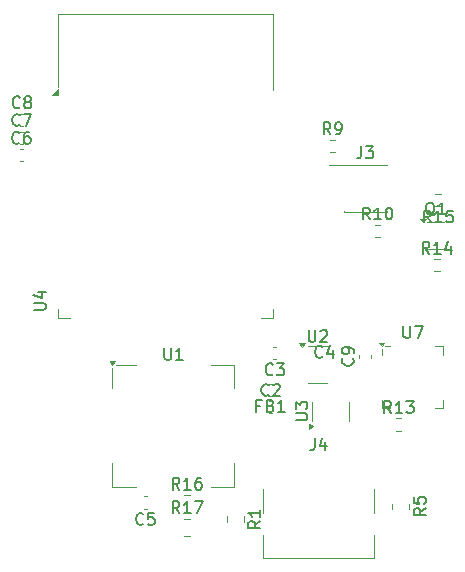
<source format=gbr>
%TF.GenerationSoftware,KiCad,Pcbnew,9.0.1*%
%TF.CreationDate,2025-11-28T17:08:09+01:00*%
%TF.ProjectId,SCD41-D-R1_demo,53434434-312d-4442-9d52-315f64656d6f,rev?*%
%TF.SameCoordinates,Original*%
%TF.FileFunction,Legend,Top*%
%TF.FilePolarity,Positive*%
%FSLAX46Y46*%
G04 Gerber Fmt 4.6, Leading zero omitted, Abs format (unit mm)*
G04 Created by KiCad (PCBNEW 9.0.1) date 2025-11-28 17:08:09*
%MOMM*%
%LPD*%
G01*
G04 APERTURE LIST*
%ADD10C,0.150000*%
%ADD11C,0.120000*%
G04 APERTURE END LIST*
D10*
X193182142Y-93024819D02*
X192848809Y-92548628D01*
X192610714Y-93024819D02*
X192610714Y-92024819D01*
X192610714Y-92024819D02*
X192991666Y-92024819D01*
X192991666Y-92024819D02*
X193086904Y-92072438D01*
X193086904Y-92072438D02*
X193134523Y-92120057D01*
X193134523Y-92120057D02*
X193182142Y-92215295D01*
X193182142Y-92215295D02*
X193182142Y-92358152D01*
X193182142Y-92358152D02*
X193134523Y-92453390D01*
X193134523Y-92453390D02*
X193086904Y-92501009D01*
X193086904Y-92501009D02*
X192991666Y-92548628D01*
X192991666Y-92548628D02*
X192610714Y-92548628D01*
X194134523Y-93024819D02*
X193563095Y-93024819D01*
X193848809Y-93024819D02*
X193848809Y-92024819D01*
X193848809Y-92024819D02*
X193753571Y-92167676D01*
X193753571Y-92167676D02*
X193658333Y-92262914D01*
X193658333Y-92262914D02*
X193563095Y-92310533D01*
X194467857Y-92024819D02*
X195086904Y-92024819D01*
X195086904Y-92024819D02*
X194753571Y-92405771D01*
X194753571Y-92405771D02*
X194896428Y-92405771D01*
X194896428Y-92405771D02*
X194991666Y-92453390D01*
X194991666Y-92453390D02*
X195039285Y-92501009D01*
X195039285Y-92501009D02*
X195086904Y-92596247D01*
X195086904Y-92596247D02*
X195086904Y-92834342D01*
X195086904Y-92834342D02*
X195039285Y-92929580D01*
X195039285Y-92929580D02*
X194991666Y-92977200D01*
X194991666Y-92977200D02*
X194896428Y-93024819D01*
X194896428Y-93024819D02*
X194610714Y-93024819D01*
X194610714Y-93024819D02*
X194515476Y-92977200D01*
X194515476Y-92977200D02*
X194467857Y-92929580D01*
X189929580Y-88391666D02*
X189977200Y-88439285D01*
X189977200Y-88439285D02*
X190024819Y-88582142D01*
X190024819Y-88582142D02*
X190024819Y-88677380D01*
X190024819Y-88677380D02*
X189977200Y-88820237D01*
X189977200Y-88820237D02*
X189881961Y-88915475D01*
X189881961Y-88915475D02*
X189786723Y-88963094D01*
X189786723Y-88963094D02*
X189596247Y-89010713D01*
X189596247Y-89010713D02*
X189453390Y-89010713D01*
X189453390Y-89010713D02*
X189262914Y-88963094D01*
X189262914Y-88963094D02*
X189167676Y-88915475D01*
X189167676Y-88915475D02*
X189072438Y-88820237D01*
X189072438Y-88820237D02*
X189024819Y-88677380D01*
X189024819Y-88677380D02*
X189024819Y-88582142D01*
X189024819Y-88582142D02*
X189072438Y-88439285D01*
X189072438Y-88439285D02*
X189120057Y-88391666D01*
X190024819Y-87915475D02*
X190024819Y-87724999D01*
X190024819Y-87724999D02*
X189977200Y-87629761D01*
X189977200Y-87629761D02*
X189929580Y-87582142D01*
X189929580Y-87582142D02*
X189786723Y-87486904D01*
X189786723Y-87486904D02*
X189596247Y-87439285D01*
X189596247Y-87439285D02*
X189215295Y-87439285D01*
X189215295Y-87439285D02*
X189120057Y-87486904D01*
X189120057Y-87486904D02*
X189072438Y-87534523D01*
X189072438Y-87534523D02*
X189024819Y-87629761D01*
X189024819Y-87629761D02*
X189024819Y-87820237D01*
X189024819Y-87820237D02*
X189072438Y-87915475D01*
X189072438Y-87915475D02*
X189120057Y-87963094D01*
X189120057Y-87963094D02*
X189215295Y-88010713D01*
X189215295Y-88010713D02*
X189453390Y-88010713D01*
X189453390Y-88010713D02*
X189548628Y-87963094D01*
X189548628Y-87963094D02*
X189596247Y-87915475D01*
X189596247Y-87915475D02*
X189643866Y-87820237D01*
X189643866Y-87820237D02*
X189643866Y-87629761D01*
X189643866Y-87629761D02*
X189596247Y-87534523D01*
X189596247Y-87534523D02*
X189548628Y-87486904D01*
X189548628Y-87486904D02*
X189453390Y-87439285D01*
X194238095Y-85654819D02*
X194238095Y-86464342D01*
X194238095Y-86464342D02*
X194285714Y-86559580D01*
X194285714Y-86559580D02*
X194333333Y-86607200D01*
X194333333Y-86607200D02*
X194428571Y-86654819D01*
X194428571Y-86654819D02*
X194619047Y-86654819D01*
X194619047Y-86654819D02*
X194714285Y-86607200D01*
X194714285Y-86607200D02*
X194761904Y-86559580D01*
X194761904Y-86559580D02*
X194809523Y-86464342D01*
X194809523Y-86464342D02*
X194809523Y-85654819D01*
X195190476Y-85654819D02*
X195857142Y-85654819D01*
X195857142Y-85654819D02*
X195428571Y-86654819D01*
X196104819Y-101079166D02*
X195628628Y-101412499D01*
X196104819Y-101650594D02*
X195104819Y-101650594D01*
X195104819Y-101650594D02*
X195104819Y-101269642D01*
X195104819Y-101269642D02*
X195152438Y-101174404D01*
X195152438Y-101174404D02*
X195200057Y-101126785D01*
X195200057Y-101126785D02*
X195295295Y-101079166D01*
X195295295Y-101079166D02*
X195438152Y-101079166D01*
X195438152Y-101079166D02*
X195533390Y-101126785D01*
X195533390Y-101126785D02*
X195581009Y-101174404D01*
X195581009Y-101174404D02*
X195628628Y-101269642D01*
X195628628Y-101269642D02*
X195628628Y-101650594D01*
X195104819Y-100174404D02*
X195104819Y-100650594D01*
X195104819Y-100650594D02*
X195581009Y-100698213D01*
X195581009Y-100698213D02*
X195533390Y-100650594D01*
X195533390Y-100650594D02*
X195485771Y-100555356D01*
X195485771Y-100555356D02*
X195485771Y-100317261D01*
X195485771Y-100317261D02*
X195533390Y-100222023D01*
X195533390Y-100222023D02*
X195581009Y-100174404D01*
X195581009Y-100174404D02*
X195676247Y-100126785D01*
X195676247Y-100126785D02*
X195914342Y-100126785D01*
X195914342Y-100126785D02*
X196009580Y-100174404D01*
X196009580Y-100174404D02*
X196057200Y-100222023D01*
X196057200Y-100222023D02*
X196104819Y-100317261D01*
X196104819Y-100317261D02*
X196104819Y-100555356D01*
X196104819Y-100555356D02*
X196057200Y-100650594D01*
X196057200Y-100650594D02*
X196009580Y-100698213D01*
X175269642Y-101504819D02*
X174936309Y-101028628D01*
X174698214Y-101504819D02*
X174698214Y-100504819D01*
X174698214Y-100504819D02*
X175079166Y-100504819D01*
X175079166Y-100504819D02*
X175174404Y-100552438D01*
X175174404Y-100552438D02*
X175222023Y-100600057D01*
X175222023Y-100600057D02*
X175269642Y-100695295D01*
X175269642Y-100695295D02*
X175269642Y-100838152D01*
X175269642Y-100838152D02*
X175222023Y-100933390D01*
X175222023Y-100933390D02*
X175174404Y-100981009D01*
X175174404Y-100981009D02*
X175079166Y-101028628D01*
X175079166Y-101028628D02*
X174698214Y-101028628D01*
X176222023Y-101504819D02*
X175650595Y-101504819D01*
X175936309Y-101504819D02*
X175936309Y-100504819D01*
X175936309Y-100504819D02*
X175841071Y-100647676D01*
X175841071Y-100647676D02*
X175745833Y-100742914D01*
X175745833Y-100742914D02*
X175650595Y-100790533D01*
X176555357Y-100504819D02*
X177222023Y-100504819D01*
X177222023Y-100504819D02*
X176793452Y-101504819D01*
X175269642Y-99504819D02*
X174936309Y-99028628D01*
X174698214Y-99504819D02*
X174698214Y-98504819D01*
X174698214Y-98504819D02*
X175079166Y-98504819D01*
X175079166Y-98504819D02*
X175174404Y-98552438D01*
X175174404Y-98552438D02*
X175222023Y-98600057D01*
X175222023Y-98600057D02*
X175269642Y-98695295D01*
X175269642Y-98695295D02*
X175269642Y-98838152D01*
X175269642Y-98838152D02*
X175222023Y-98933390D01*
X175222023Y-98933390D02*
X175174404Y-98981009D01*
X175174404Y-98981009D02*
X175079166Y-99028628D01*
X175079166Y-99028628D02*
X174698214Y-99028628D01*
X176222023Y-99504819D02*
X175650595Y-99504819D01*
X175936309Y-99504819D02*
X175936309Y-98504819D01*
X175936309Y-98504819D02*
X175841071Y-98647676D01*
X175841071Y-98647676D02*
X175745833Y-98742914D01*
X175745833Y-98742914D02*
X175650595Y-98790533D01*
X177079166Y-98504819D02*
X176888690Y-98504819D01*
X176888690Y-98504819D02*
X176793452Y-98552438D01*
X176793452Y-98552438D02*
X176745833Y-98600057D01*
X176745833Y-98600057D02*
X176650595Y-98742914D01*
X176650595Y-98742914D02*
X176602976Y-98933390D01*
X176602976Y-98933390D02*
X176602976Y-99314342D01*
X176602976Y-99314342D02*
X176650595Y-99409580D01*
X176650595Y-99409580D02*
X176698214Y-99457200D01*
X176698214Y-99457200D02*
X176793452Y-99504819D01*
X176793452Y-99504819D02*
X176983928Y-99504819D01*
X176983928Y-99504819D02*
X177079166Y-99457200D01*
X177079166Y-99457200D02*
X177126785Y-99409580D01*
X177126785Y-99409580D02*
X177174404Y-99314342D01*
X177174404Y-99314342D02*
X177174404Y-99076247D01*
X177174404Y-99076247D02*
X177126785Y-98981009D01*
X177126785Y-98981009D02*
X177079166Y-98933390D01*
X177079166Y-98933390D02*
X176983928Y-98885771D01*
X176983928Y-98885771D02*
X176793452Y-98885771D01*
X176793452Y-98885771D02*
X176698214Y-98933390D01*
X176698214Y-98933390D02*
X176650595Y-98981009D01*
X176650595Y-98981009D02*
X176602976Y-99076247D01*
X188058333Y-69424819D02*
X187725000Y-68948628D01*
X187486905Y-69424819D02*
X187486905Y-68424819D01*
X187486905Y-68424819D02*
X187867857Y-68424819D01*
X187867857Y-68424819D02*
X187963095Y-68472438D01*
X187963095Y-68472438D02*
X188010714Y-68520057D01*
X188010714Y-68520057D02*
X188058333Y-68615295D01*
X188058333Y-68615295D02*
X188058333Y-68758152D01*
X188058333Y-68758152D02*
X188010714Y-68853390D01*
X188010714Y-68853390D02*
X187963095Y-68901009D01*
X187963095Y-68901009D02*
X187867857Y-68948628D01*
X187867857Y-68948628D02*
X187486905Y-68948628D01*
X188534524Y-69424819D02*
X188725000Y-69424819D01*
X188725000Y-69424819D02*
X188820238Y-69377200D01*
X188820238Y-69377200D02*
X188867857Y-69329580D01*
X188867857Y-69329580D02*
X188963095Y-69186723D01*
X188963095Y-69186723D02*
X189010714Y-68996247D01*
X189010714Y-68996247D02*
X189010714Y-68615295D01*
X189010714Y-68615295D02*
X188963095Y-68520057D01*
X188963095Y-68520057D02*
X188915476Y-68472438D01*
X188915476Y-68472438D02*
X188820238Y-68424819D01*
X188820238Y-68424819D02*
X188629762Y-68424819D01*
X188629762Y-68424819D02*
X188534524Y-68472438D01*
X188534524Y-68472438D02*
X188486905Y-68520057D01*
X188486905Y-68520057D02*
X188439286Y-68615295D01*
X188439286Y-68615295D02*
X188439286Y-68853390D01*
X188439286Y-68853390D02*
X188486905Y-68948628D01*
X188486905Y-68948628D02*
X188534524Y-68996247D01*
X188534524Y-68996247D02*
X188629762Y-69043866D01*
X188629762Y-69043866D02*
X188820238Y-69043866D01*
X188820238Y-69043866D02*
X188915476Y-68996247D01*
X188915476Y-68996247D02*
X188963095Y-68948628D01*
X188963095Y-68948628D02*
X189010714Y-68853390D01*
X172208333Y-102389580D02*
X172160714Y-102437200D01*
X172160714Y-102437200D02*
X172017857Y-102484819D01*
X172017857Y-102484819D02*
X171922619Y-102484819D01*
X171922619Y-102484819D02*
X171779762Y-102437200D01*
X171779762Y-102437200D02*
X171684524Y-102341961D01*
X171684524Y-102341961D02*
X171636905Y-102246723D01*
X171636905Y-102246723D02*
X171589286Y-102056247D01*
X171589286Y-102056247D02*
X171589286Y-101913390D01*
X171589286Y-101913390D02*
X171636905Y-101722914D01*
X171636905Y-101722914D02*
X171684524Y-101627676D01*
X171684524Y-101627676D02*
X171779762Y-101532438D01*
X171779762Y-101532438D02*
X171922619Y-101484819D01*
X171922619Y-101484819D02*
X172017857Y-101484819D01*
X172017857Y-101484819D02*
X172160714Y-101532438D01*
X172160714Y-101532438D02*
X172208333Y-101580057D01*
X173113095Y-101484819D02*
X172636905Y-101484819D01*
X172636905Y-101484819D02*
X172589286Y-101961009D01*
X172589286Y-101961009D02*
X172636905Y-101913390D01*
X172636905Y-101913390D02*
X172732143Y-101865771D01*
X172732143Y-101865771D02*
X172970238Y-101865771D01*
X172970238Y-101865771D02*
X173065476Y-101913390D01*
X173065476Y-101913390D02*
X173113095Y-101961009D01*
X173113095Y-101961009D02*
X173160714Y-102056247D01*
X173160714Y-102056247D02*
X173160714Y-102294342D01*
X173160714Y-102294342D02*
X173113095Y-102389580D01*
X173113095Y-102389580D02*
X173065476Y-102437200D01*
X173065476Y-102437200D02*
X172970238Y-102484819D01*
X172970238Y-102484819D02*
X172732143Y-102484819D01*
X172732143Y-102484819D02*
X172636905Y-102437200D01*
X172636905Y-102437200D02*
X172589286Y-102389580D01*
X190666666Y-70439819D02*
X190666666Y-71154104D01*
X190666666Y-71154104D02*
X190619047Y-71296961D01*
X190619047Y-71296961D02*
X190523809Y-71392200D01*
X190523809Y-71392200D02*
X190380952Y-71439819D01*
X190380952Y-71439819D02*
X190285714Y-71439819D01*
X191047619Y-70439819D02*
X191666666Y-70439819D01*
X191666666Y-70439819D02*
X191333333Y-70820771D01*
X191333333Y-70820771D02*
X191476190Y-70820771D01*
X191476190Y-70820771D02*
X191571428Y-70868390D01*
X191571428Y-70868390D02*
X191619047Y-70916009D01*
X191619047Y-70916009D02*
X191666666Y-71011247D01*
X191666666Y-71011247D02*
X191666666Y-71249342D01*
X191666666Y-71249342D02*
X191619047Y-71344580D01*
X191619047Y-71344580D02*
X191571428Y-71392200D01*
X191571428Y-71392200D02*
X191476190Y-71439819D01*
X191476190Y-71439819D02*
X191190476Y-71439819D01*
X191190476Y-71439819D02*
X191095238Y-71392200D01*
X191095238Y-71392200D02*
X191047619Y-71344580D01*
X182825833Y-91474580D02*
X182778214Y-91522200D01*
X182778214Y-91522200D02*
X182635357Y-91569819D01*
X182635357Y-91569819D02*
X182540119Y-91569819D01*
X182540119Y-91569819D02*
X182397262Y-91522200D01*
X182397262Y-91522200D02*
X182302024Y-91426961D01*
X182302024Y-91426961D02*
X182254405Y-91331723D01*
X182254405Y-91331723D02*
X182206786Y-91141247D01*
X182206786Y-91141247D02*
X182206786Y-90998390D01*
X182206786Y-90998390D02*
X182254405Y-90807914D01*
X182254405Y-90807914D02*
X182302024Y-90712676D01*
X182302024Y-90712676D02*
X182397262Y-90617438D01*
X182397262Y-90617438D02*
X182540119Y-90569819D01*
X182540119Y-90569819D02*
X182635357Y-90569819D01*
X182635357Y-90569819D02*
X182778214Y-90617438D01*
X182778214Y-90617438D02*
X182825833Y-90665057D01*
X183206786Y-90665057D02*
X183254405Y-90617438D01*
X183254405Y-90617438D02*
X183349643Y-90569819D01*
X183349643Y-90569819D02*
X183587738Y-90569819D01*
X183587738Y-90569819D02*
X183682976Y-90617438D01*
X183682976Y-90617438D02*
X183730595Y-90665057D01*
X183730595Y-90665057D02*
X183778214Y-90760295D01*
X183778214Y-90760295D02*
X183778214Y-90855533D01*
X183778214Y-90855533D02*
X183730595Y-90998390D01*
X183730595Y-90998390D02*
X183159167Y-91569819D01*
X183159167Y-91569819D02*
X183778214Y-91569819D01*
X182121666Y-92406009D02*
X181788333Y-92406009D01*
X181788333Y-92929819D02*
X181788333Y-91929819D01*
X181788333Y-91929819D02*
X182264523Y-91929819D01*
X182978809Y-92406009D02*
X183121666Y-92453628D01*
X183121666Y-92453628D02*
X183169285Y-92501247D01*
X183169285Y-92501247D02*
X183216904Y-92596485D01*
X183216904Y-92596485D02*
X183216904Y-92739342D01*
X183216904Y-92739342D02*
X183169285Y-92834580D01*
X183169285Y-92834580D02*
X183121666Y-92882200D01*
X183121666Y-92882200D02*
X183026428Y-92929819D01*
X183026428Y-92929819D02*
X182645476Y-92929819D01*
X182645476Y-92929819D02*
X182645476Y-91929819D01*
X182645476Y-91929819D02*
X182978809Y-91929819D01*
X182978809Y-91929819D02*
X183074047Y-91977438D01*
X183074047Y-91977438D02*
X183121666Y-92025057D01*
X183121666Y-92025057D02*
X183169285Y-92120295D01*
X183169285Y-92120295D02*
X183169285Y-92215533D01*
X183169285Y-92215533D02*
X183121666Y-92310771D01*
X183121666Y-92310771D02*
X183074047Y-92358390D01*
X183074047Y-92358390D02*
X182978809Y-92406009D01*
X182978809Y-92406009D02*
X182645476Y-92406009D01*
X184169285Y-92929819D02*
X183597857Y-92929819D01*
X183883571Y-92929819D02*
X183883571Y-91929819D01*
X183883571Y-91929819D02*
X183788333Y-92072676D01*
X183788333Y-92072676D02*
X183693095Y-92167914D01*
X183693095Y-92167914D02*
X183597857Y-92215533D01*
X161758333Y-67129580D02*
X161710714Y-67177200D01*
X161710714Y-67177200D02*
X161567857Y-67224819D01*
X161567857Y-67224819D02*
X161472619Y-67224819D01*
X161472619Y-67224819D02*
X161329762Y-67177200D01*
X161329762Y-67177200D02*
X161234524Y-67081961D01*
X161234524Y-67081961D02*
X161186905Y-66986723D01*
X161186905Y-66986723D02*
X161139286Y-66796247D01*
X161139286Y-66796247D02*
X161139286Y-66653390D01*
X161139286Y-66653390D02*
X161186905Y-66462914D01*
X161186905Y-66462914D02*
X161234524Y-66367676D01*
X161234524Y-66367676D02*
X161329762Y-66272438D01*
X161329762Y-66272438D02*
X161472619Y-66224819D01*
X161472619Y-66224819D02*
X161567857Y-66224819D01*
X161567857Y-66224819D02*
X161710714Y-66272438D01*
X161710714Y-66272438D02*
X161758333Y-66320057D01*
X162329762Y-66653390D02*
X162234524Y-66605771D01*
X162234524Y-66605771D02*
X162186905Y-66558152D01*
X162186905Y-66558152D02*
X162139286Y-66462914D01*
X162139286Y-66462914D02*
X162139286Y-66415295D01*
X162139286Y-66415295D02*
X162186905Y-66320057D01*
X162186905Y-66320057D02*
X162234524Y-66272438D01*
X162234524Y-66272438D02*
X162329762Y-66224819D01*
X162329762Y-66224819D02*
X162520238Y-66224819D01*
X162520238Y-66224819D02*
X162615476Y-66272438D01*
X162615476Y-66272438D02*
X162663095Y-66320057D01*
X162663095Y-66320057D02*
X162710714Y-66415295D01*
X162710714Y-66415295D02*
X162710714Y-66462914D01*
X162710714Y-66462914D02*
X162663095Y-66558152D01*
X162663095Y-66558152D02*
X162615476Y-66605771D01*
X162615476Y-66605771D02*
X162520238Y-66653390D01*
X162520238Y-66653390D02*
X162329762Y-66653390D01*
X162329762Y-66653390D02*
X162234524Y-66701009D01*
X162234524Y-66701009D02*
X162186905Y-66748628D01*
X162186905Y-66748628D02*
X162139286Y-66843866D01*
X162139286Y-66843866D02*
X162139286Y-67034342D01*
X162139286Y-67034342D02*
X162186905Y-67129580D01*
X162186905Y-67129580D02*
X162234524Y-67177200D01*
X162234524Y-67177200D02*
X162329762Y-67224819D01*
X162329762Y-67224819D02*
X162520238Y-67224819D01*
X162520238Y-67224819D02*
X162615476Y-67177200D01*
X162615476Y-67177200D02*
X162663095Y-67129580D01*
X162663095Y-67129580D02*
X162710714Y-67034342D01*
X162710714Y-67034342D02*
X162710714Y-66843866D01*
X162710714Y-66843866D02*
X162663095Y-66748628D01*
X162663095Y-66748628D02*
X162615476Y-66701009D01*
X162615476Y-66701009D02*
X162520238Y-66653390D01*
X161708333Y-70129580D02*
X161660714Y-70177200D01*
X161660714Y-70177200D02*
X161517857Y-70224819D01*
X161517857Y-70224819D02*
X161422619Y-70224819D01*
X161422619Y-70224819D02*
X161279762Y-70177200D01*
X161279762Y-70177200D02*
X161184524Y-70081961D01*
X161184524Y-70081961D02*
X161136905Y-69986723D01*
X161136905Y-69986723D02*
X161089286Y-69796247D01*
X161089286Y-69796247D02*
X161089286Y-69653390D01*
X161089286Y-69653390D02*
X161136905Y-69462914D01*
X161136905Y-69462914D02*
X161184524Y-69367676D01*
X161184524Y-69367676D02*
X161279762Y-69272438D01*
X161279762Y-69272438D02*
X161422619Y-69224819D01*
X161422619Y-69224819D02*
X161517857Y-69224819D01*
X161517857Y-69224819D02*
X161660714Y-69272438D01*
X161660714Y-69272438D02*
X161708333Y-69320057D01*
X162565476Y-69224819D02*
X162375000Y-69224819D01*
X162375000Y-69224819D02*
X162279762Y-69272438D01*
X162279762Y-69272438D02*
X162232143Y-69320057D01*
X162232143Y-69320057D02*
X162136905Y-69462914D01*
X162136905Y-69462914D02*
X162089286Y-69653390D01*
X162089286Y-69653390D02*
X162089286Y-70034342D01*
X162089286Y-70034342D02*
X162136905Y-70129580D01*
X162136905Y-70129580D02*
X162184524Y-70177200D01*
X162184524Y-70177200D02*
X162279762Y-70224819D01*
X162279762Y-70224819D02*
X162470238Y-70224819D01*
X162470238Y-70224819D02*
X162565476Y-70177200D01*
X162565476Y-70177200D02*
X162613095Y-70129580D01*
X162613095Y-70129580D02*
X162660714Y-70034342D01*
X162660714Y-70034342D02*
X162660714Y-69796247D01*
X162660714Y-69796247D02*
X162613095Y-69701009D01*
X162613095Y-69701009D02*
X162565476Y-69653390D01*
X162565476Y-69653390D02*
X162470238Y-69605771D01*
X162470238Y-69605771D02*
X162279762Y-69605771D01*
X162279762Y-69605771D02*
X162184524Y-69653390D01*
X162184524Y-69653390D02*
X162136905Y-69701009D01*
X162136905Y-69701009D02*
X162089286Y-69796247D01*
X196854761Y-76300057D02*
X196759523Y-76252438D01*
X196759523Y-76252438D02*
X196664285Y-76157200D01*
X196664285Y-76157200D02*
X196521428Y-76014342D01*
X196521428Y-76014342D02*
X196426190Y-75966723D01*
X196426190Y-75966723D02*
X196330952Y-75966723D01*
X196378571Y-76204819D02*
X196283333Y-76157200D01*
X196283333Y-76157200D02*
X196188095Y-76061961D01*
X196188095Y-76061961D02*
X196140476Y-75871485D01*
X196140476Y-75871485D02*
X196140476Y-75538152D01*
X196140476Y-75538152D02*
X196188095Y-75347676D01*
X196188095Y-75347676D02*
X196283333Y-75252438D01*
X196283333Y-75252438D02*
X196378571Y-75204819D01*
X196378571Y-75204819D02*
X196569047Y-75204819D01*
X196569047Y-75204819D02*
X196664285Y-75252438D01*
X196664285Y-75252438D02*
X196759523Y-75347676D01*
X196759523Y-75347676D02*
X196807142Y-75538152D01*
X196807142Y-75538152D02*
X196807142Y-75871485D01*
X196807142Y-75871485D02*
X196759523Y-76061961D01*
X196759523Y-76061961D02*
X196664285Y-76157200D01*
X196664285Y-76157200D02*
X196569047Y-76204819D01*
X196569047Y-76204819D02*
X196378571Y-76204819D01*
X197759523Y-76204819D02*
X197188095Y-76204819D01*
X197473809Y-76204819D02*
X197473809Y-75204819D01*
X197473809Y-75204819D02*
X197378571Y-75347676D01*
X197378571Y-75347676D02*
X197283333Y-75442914D01*
X197283333Y-75442914D02*
X197188095Y-75490533D01*
X186704166Y-95179819D02*
X186704166Y-95894104D01*
X186704166Y-95894104D02*
X186656547Y-96036961D01*
X186656547Y-96036961D02*
X186561309Y-96132200D01*
X186561309Y-96132200D02*
X186418452Y-96179819D01*
X186418452Y-96179819D02*
X186323214Y-96179819D01*
X187608928Y-95513152D02*
X187608928Y-96179819D01*
X187370833Y-95132200D02*
X187132738Y-95846485D01*
X187132738Y-95846485D02*
X187751785Y-95846485D01*
X196532142Y-76884819D02*
X196198809Y-76408628D01*
X195960714Y-76884819D02*
X195960714Y-75884819D01*
X195960714Y-75884819D02*
X196341666Y-75884819D01*
X196341666Y-75884819D02*
X196436904Y-75932438D01*
X196436904Y-75932438D02*
X196484523Y-75980057D01*
X196484523Y-75980057D02*
X196532142Y-76075295D01*
X196532142Y-76075295D02*
X196532142Y-76218152D01*
X196532142Y-76218152D02*
X196484523Y-76313390D01*
X196484523Y-76313390D02*
X196436904Y-76361009D01*
X196436904Y-76361009D02*
X196341666Y-76408628D01*
X196341666Y-76408628D02*
X195960714Y-76408628D01*
X197484523Y-76884819D02*
X196913095Y-76884819D01*
X197198809Y-76884819D02*
X197198809Y-75884819D01*
X197198809Y-75884819D02*
X197103571Y-76027676D01*
X197103571Y-76027676D02*
X197008333Y-76122914D01*
X197008333Y-76122914D02*
X196913095Y-76170533D01*
X198389285Y-75884819D02*
X197913095Y-75884819D01*
X197913095Y-75884819D02*
X197865476Y-76361009D01*
X197865476Y-76361009D02*
X197913095Y-76313390D01*
X197913095Y-76313390D02*
X198008333Y-76265771D01*
X198008333Y-76265771D02*
X198246428Y-76265771D01*
X198246428Y-76265771D02*
X198341666Y-76313390D01*
X198341666Y-76313390D02*
X198389285Y-76361009D01*
X198389285Y-76361009D02*
X198436904Y-76456247D01*
X198436904Y-76456247D02*
X198436904Y-76694342D01*
X198436904Y-76694342D02*
X198389285Y-76789580D01*
X198389285Y-76789580D02*
X198341666Y-76837200D01*
X198341666Y-76837200D02*
X198246428Y-76884819D01*
X198246428Y-76884819D02*
X198008333Y-76884819D01*
X198008333Y-76884819D02*
X197913095Y-76837200D01*
X197913095Y-76837200D02*
X197865476Y-76789580D01*
X185104819Y-93624404D02*
X185914342Y-93624404D01*
X185914342Y-93624404D02*
X186009580Y-93576785D01*
X186009580Y-93576785D02*
X186057200Y-93529166D01*
X186057200Y-93529166D02*
X186104819Y-93433928D01*
X186104819Y-93433928D02*
X186104819Y-93243452D01*
X186104819Y-93243452D02*
X186057200Y-93148214D01*
X186057200Y-93148214D02*
X186009580Y-93100595D01*
X186009580Y-93100595D02*
X185914342Y-93052976D01*
X185914342Y-93052976D02*
X185104819Y-93052976D01*
X185104819Y-92672023D02*
X185104819Y-92052976D01*
X185104819Y-92052976D02*
X185485771Y-92386309D01*
X185485771Y-92386309D02*
X185485771Y-92243452D01*
X185485771Y-92243452D02*
X185533390Y-92148214D01*
X185533390Y-92148214D02*
X185581009Y-92100595D01*
X185581009Y-92100595D02*
X185676247Y-92052976D01*
X185676247Y-92052976D02*
X185914342Y-92052976D01*
X185914342Y-92052976D02*
X186009580Y-92100595D01*
X186009580Y-92100595D02*
X186057200Y-92148214D01*
X186057200Y-92148214D02*
X186104819Y-92243452D01*
X186104819Y-92243452D02*
X186104819Y-92529166D01*
X186104819Y-92529166D02*
X186057200Y-92624404D01*
X186057200Y-92624404D02*
X186009580Y-92672023D01*
X186200595Y-86004819D02*
X186200595Y-86814342D01*
X186200595Y-86814342D02*
X186248214Y-86909580D01*
X186248214Y-86909580D02*
X186295833Y-86957200D01*
X186295833Y-86957200D02*
X186391071Y-87004819D01*
X186391071Y-87004819D02*
X186581547Y-87004819D01*
X186581547Y-87004819D02*
X186676785Y-86957200D01*
X186676785Y-86957200D02*
X186724404Y-86909580D01*
X186724404Y-86909580D02*
X186772023Y-86814342D01*
X186772023Y-86814342D02*
X186772023Y-86004819D01*
X187200595Y-86100057D02*
X187248214Y-86052438D01*
X187248214Y-86052438D02*
X187343452Y-86004819D01*
X187343452Y-86004819D02*
X187581547Y-86004819D01*
X187581547Y-86004819D02*
X187676785Y-86052438D01*
X187676785Y-86052438D02*
X187724404Y-86100057D01*
X187724404Y-86100057D02*
X187772023Y-86195295D01*
X187772023Y-86195295D02*
X187772023Y-86290533D01*
X187772023Y-86290533D02*
X187724404Y-86433390D01*
X187724404Y-86433390D02*
X187152976Y-87004819D01*
X187152976Y-87004819D02*
X187772023Y-87004819D01*
X162939819Y-84291904D02*
X163749342Y-84291904D01*
X163749342Y-84291904D02*
X163844580Y-84244285D01*
X163844580Y-84244285D02*
X163892200Y-84196666D01*
X163892200Y-84196666D02*
X163939819Y-84101428D01*
X163939819Y-84101428D02*
X163939819Y-83910952D01*
X163939819Y-83910952D02*
X163892200Y-83815714D01*
X163892200Y-83815714D02*
X163844580Y-83768095D01*
X163844580Y-83768095D02*
X163749342Y-83720476D01*
X163749342Y-83720476D02*
X162939819Y-83720476D01*
X163273152Y-82815714D02*
X163939819Y-82815714D01*
X162892200Y-83053809D02*
X163606485Y-83291904D01*
X163606485Y-83291904D02*
X163606485Y-82672857D01*
X182104819Y-102166666D02*
X181628628Y-102499999D01*
X182104819Y-102738094D02*
X181104819Y-102738094D01*
X181104819Y-102738094D02*
X181104819Y-102357142D01*
X181104819Y-102357142D02*
X181152438Y-102261904D01*
X181152438Y-102261904D02*
X181200057Y-102214285D01*
X181200057Y-102214285D02*
X181295295Y-102166666D01*
X181295295Y-102166666D02*
X181438152Y-102166666D01*
X181438152Y-102166666D02*
X181533390Y-102214285D01*
X181533390Y-102214285D02*
X181581009Y-102261904D01*
X181581009Y-102261904D02*
X181628628Y-102357142D01*
X181628628Y-102357142D02*
X181628628Y-102738094D01*
X182104819Y-101214285D02*
X182104819Y-101785713D01*
X182104819Y-101499999D02*
X181104819Y-101499999D01*
X181104819Y-101499999D02*
X181247676Y-101595237D01*
X181247676Y-101595237D02*
X181342914Y-101690475D01*
X181342914Y-101690475D02*
X181390533Y-101785713D01*
X196432142Y-79524819D02*
X196098809Y-79048628D01*
X195860714Y-79524819D02*
X195860714Y-78524819D01*
X195860714Y-78524819D02*
X196241666Y-78524819D01*
X196241666Y-78524819D02*
X196336904Y-78572438D01*
X196336904Y-78572438D02*
X196384523Y-78620057D01*
X196384523Y-78620057D02*
X196432142Y-78715295D01*
X196432142Y-78715295D02*
X196432142Y-78858152D01*
X196432142Y-78858152D02*
X196384523Y-78953390D01*
X196384523Y-78953390D02*
X196336904Y-79001009D01*
X196336904Y-79001009D02*
X196241666Y-79048628D01*
X196241666Y-79048628D02*
X195860714Y-79048628D01*
X197384523Y-79524819D02*
X196813095Y-79524819D01*
X197098809Y-79524819D02*
X197098809Y-78524819D01*
X197098809Y-78524819D02*
X197003571Y-78667676D01*
X197003571Y-78667676D02*
X196908333Y-78762914D01*
X196908333Y-78762914D02*
X196813095Y-78810533D01*
X198241666Y-78858152D02*
X198241666Y-79524819D01*
X198003571Y-78477200D02*
X197765476Y-79191485D01*
X197765476Y-79191485D02*
X198384523Y-79191485D01*
X191382142Y-76624819D02*
X191048809Y-76148628D01*
X190810714Y-76624819D02*
X190810714Y-75624819D01*
X190810714Y-75624819D02*
X191191666Y-75624819D01*
X191191666Y-75624819D02*
X191286904Y-75672438D01*
X191286904Y-75672438D02*
X191334523Y-75720057D01*
X191334523Y-75720057D02*
X191382142Y-75815295D01*
X191382142Y-75815295D02*
X191382142Y-75958152D01*
X191382142Y-75958152D02*
X191334523Y-76053390D01*
X191334523Y-76053390D02*
X191286904Y-76101009D01*
X191286904Y-76101009D02*
X191191666Y-76148628D01*
X191191666Y-76148628D02*
X190810714Y-76148628D01*
X192334523Y-76624819D02*
X191763095Y-76624819D01*
X192048809Y-76624819D02*
X192048809Y-75624819D01*
X192048809Y-75624819D02*
X191953571Y-75767676D01*
X191953571Y-75767676D02*
X191858333Y-75862914D01*
X191858333Y-75862914D02*
X191763095Y-75910533D01*
X192953571Y-75624819D02*
X193048809Y-75624819D01*
X193048809Y-75624819D02*
X193144047Y-75672438D01*
X193144047Y-75672438D02*
X193191666Y-75720057D01*
X193191666Y-75720057D02*
X193239285Y-75815295D01*
X193239285Y-75815295D02*
X193286904Y-76005771D01*
X193286904Y-76005771D02*
X193286904Y-76243866D01*
X193286904Y-76243866D02*
X193239285Y-76434342D01*
X193239285Y-76434342D02*
X193191666Y-76529580D01*
X193191666Y-76529580D02*
X193144047Y-76577200D01*
X193144047Y-76577200D02*
X193048809Y-76624819D01*
X193048809Y-76624819D02*
X192953571Y-76624819D01*
X192953571Y-76624819D02*
X192858333Y-76577200D01*
X192858333Y-76577200D02*
X192810714Y-76529580D01*
X192810714Y-76529580D02*
X192763095Y-76434342D01*
X192763095Y-76434342D02*
X192715476Y-76243866D01*
X192715476Y-76243866D02*
X192715476Y-76005771D01*
X192715476Y-76005771D02*
X192763095Y-75815295D01*
X192763095Y-75815295D02*
X192810714Y-75720057D01*
X192810714Y-75720057D02*
X192858333Y-75672438D01*
X192858333Y-75672438D02*
X192953571Y-75624819D01*
X161733333Y-68629580D02*
X161685714Y-68677200D01*
X161685714Y-68677200D02*
X161542857Y-68724819D01*
X161542857Y-68724819D02*
X161447619Y-68724819D01*
X161447619Y-68724819D02*
X161304762Y-68677200D01*
X161304762Y-68677200D02*
X161209524Y-68581961D01*
X161209524Y-68581961D02*
X161161905Y-68486723D01*
X161161905Y-68486723D02*
X161114286Y-68296247D01*
X161114286Y-68296247D02*
X161114286Y-68153390D01*
X161114286Y-68153390D02*
X161161905Y-67962914D01*
X161161905Y-67962914D02*
X161209524Y-67867676D01*
X161209524Y-67867676D02*
X161304762Y-67772438D01*
X161304762Y-67772438D02*
X161447619Y-67724819D01*
X161447619Y-67724819D02*
X161542857Y-67724819D01*
X161542857Y-67724819D02*
X161685714Y-67772438D01*
X161685714Y-67772438D02*
X161733333Y-67820057D01*
X162066667Y-67724819D02*
X162733333Y-67724819D01*
X162733333Y-67724819D02*
X162304762Y-68724819D01*
X187375833Y-88234580D02*
X187328214Y-88282200D01*
X187328214Y-88282200D02*
X187185357Y-88329819D01*
X187185357Y-88329819D02*
X187090119Y-88329819D01*
X187090119Y-88329819D02*
X186947262Y-88282200D01*
X186947262Y-88282200D02*
X186852024Y-88186961D01*
X186852024Y-88186961D02*
X186804405Y-88091723D01*
X186804405Y-88091723D02*
X186756786Y-87901247D01*
X186756786Y-87901247D02*
X186756786Y-87758390D01*
X186756786Y-87758390D02*
X186804405Y-87567914D01*
X186804405Y-87567914D02*
X186852024Y-87472676D01*
X186852024Y-87472676D02*
X186947262Y-87377438D01*
X186947262Y-87377438D02*
X187090119Y-87329819D01*
X187090119Y-87329819D02*
X187185357Y-87329819D01*
X187185357Y-87329819D02*
X187328214Y-87377438D01*
X187328214Y-87377438D02*
X187375833Y-87425057D01*
X188232976Y-87663152D02*
X188232976Y-88329819D01*
X187994881Y-87282200D02*
X187756786Y-87996485D01*
X187756786Y-87996485D02*
X188375833Y-87996485D01*
X183175833Y-89734580D02*
X183128214Y-89782200D01*
X183128214Y-89782200D02*
X182985357Y-89829819D01*
X182985357Y-89829819D02*
X182890119Y-89829819D01*
X182890119Y-89829819D02*
X182747262Y-89782200D01*
X182747262Y-89782200D02*
X182652024Y-89686961D01*
X182652024Y-89686961D02*
X182604405Y-89591723D01*
X182604405Y-89591723D02*
X182556786Y-89401247D01*
X182556786Y-89401247D02*
X182556786Y-89258390D01*
X182556786Y-89258390D02*
X182604405Y-89067914D01*
X182604405Y-89067914D02*
X182652024Y-88972676D01*
X182652024Y-88972676D02*
X182747262Y-88877438D01*
X182747262Y-88877438D02*
X182890119Y-88829819D01*
X182890119Y-88829819D02*
X182985357Y-88829819D01*
X182985357Y-88829819D02*
X183128214Y-88877438D01*
X183128214Y-88877438D02*
X183175833Y-88925057D01*
X183509167Y-88829819D02*
X184128214Y-88829819D01*
X184128214Y-88829819D02*
X183794881Y-89210771D01*
X183794881Y-89210771D02*
X183937738Y-89210771D01*
X183937738Y-89210771D02*
X184032976Y-89258390D01*
X184032976Y-89258390D02*
X184080595Y-89306009D01*
X184080595Y-89306009D02*
X184128214Y-89401247D01*
X184128214Y-89401247D02*
X184128214Y-89639342D01*
X184128214Y-89639342D02*
X184080595Y-89734580D01*
X184080595Y-89734580D02*
X184032976Y-89782200D01*
X184032976Y-89782200D02*
X183937738Y-89829819D01*
X183937738Y-89829819D02*
X183652024Y-89829819D01*
X183652024Y-89829819D02*
X183556786Y-89782200D01*
X183556786Y-89782200D02*
X183509167Y-89734580D01*
X173988095Y-87504819D02*
X173988095Y-88314342D01*
X173988095Y-88314342D02*
X174035714Y-88409580D01*
X174035714Y-88409580D02*
X174083333Y-88457200D01*
X174083333Y-88457200D02*
X174178571Y-88504819D01*
X174178571Y-88504819D02*
X174369047Y-88504819D01*
X174369047Y-88504819D02*
X174464285Y-88457200D01*
X174464285Y-88457200D02*
X174511904Y-88409580D01*
X174511904Y-88409580D02*
X174559523Y-88314342D01*
X174559523Y-88314342D02*
X174559523Y-87504819D01*
X175559523Y-88504819D02*
X174988095Y-88504819D01*
X175273809Y-88504819D02*
X175273809Y-87504819D01*
X175273809Y-87504819D02*
X175178571Y-87647676D01*
X175178571Y-87647676D02*
X175083333Y-87742914D01*
X175083333Y-87742914D02*
X174988095Y-87790533D01*
D11*
%TO.C,R13*%
X193587742Y-93477500D02*
X194062258Y-93477500D01*
X193587742Y-94522500D02*
X194062258Y-94522500D01*
%TO.C,C9*%
X190490000Y-88365580D02*
X190490000Y-88084420D01*
X191510000Y-88365580D02*
X191510000Y-88084420D01*
%TO.C,U7*%
X192390000Y-88115000D02*
X192390000Y-87630000D01*
X192390000Y-92610000D02*
X192390000Y-91885000D01*
X193115000Y-87390000D02*
X192690000Y-87390000D01*
X193115000Y-92610000D02*
X192390000Y-92610000D01*
X196885000Y-87390000D02*
X197610000Y-87390000D01*
X196885000Y-92610000D02*
X197610000Y-92610000D01*
X197610000Y-87390000D02*
X197610000Y-88115000D01*
X197610000Y-92610000D02*
X197610000Y-91885000D01*
X192390000Y-87390000D02*
X192150000Y-87060000D01*
X192630000Y-87060000D01*
X192390000Y-87390000D01*
G36*
X192390000Y-87390000D02*
G01*
X192150000Y-87060000D01*
X192630000Y-87060000D01*
X192390000Y-87390000D01*
G37*
%TO.C,R5*%
X193265000Y-100685436D02*
X193265000Y-101139564D01*
X194735000Y-100685436D02*
X194735000Y-101139564D01*
%TO.C,R17*%
X175685436Y-101965000D02*
X176139564Y-101965000D01*
X175685436Y-103435000D02*
X176139564Y-103435000D01*
%TO.C,R16*%
X175685436Y-99965000D02*
X176139564Y-99965000D01*
X175685436Y-101435000D02*
X176139564Y-101435000D01*
%TO.C,R9*%
X187987742Y-69877500D02*
X188462258Y-69877500D01*
X187987742Y-70922500D02*
X188462258Y-70922500D01*
%TO.C,C5*%
X172515580Y-100090000D02*
X172234420Y-100090000D01*
X172515580Y-101110000D02*
X172234420Y-101110000D01*
%TO.C,J3*%
X187910000Y-72050000D02*
X189185000Y-72050000D01*
X189185000Y-71985000D02*
X189185000Y-72050000D01*
X189185000Y-71985000D02*
X192815000Y-71985000D01*
X189185000Y-75950000D02*
X189185000Y-76015000D01*
X189185000Y-76015000D02*
X192815000Y-76015000D01*
X192815000Y-71985000D02*
X192815000Y-72050000D01*
X192815000Y-75950000D02*
X192815000Y-76015000D01*
%TO.C,C2*%
X182851920Y-92035000D02*
X183133080Y-92035000D01*
X182851920Y-93055000D02*
X183133080Y-93055000D01*
%TO.C,FB1*%
X183117779Y-90535000D02*
X182792221Y-90535000D01*
X183117779Y-91555000D02*
X182792221Y-91555000D01*
%TO.C,C8*%
X161784420Y-67690000D02*
X162065580Y-67690000D01*
X161784420Y-68710000D02*
X162065580Y-68710000D01*
%TO.C,C6*%
X161734420Y-70690000D02*
X162015580Y-70690000D01*
X161734420Y-71710000D02*
X162015580Y-71710000D01*
%TO.C,Q1*%
X196240000Y-76840000D02*
X197650000Y-76840000D01*
X196250000Y-79160000D02*
X197650000Y-79160000D01*
X195870000Y-76890000D02*
X195630000Y-76560000D01*
X196110000Y-76560000D01*
X195870000Y-76890000D01*
G36*
X195870000Y-76890000D02*
G01*
X195630000Y-76560000D01*
X196110000Y-76560000D01*
X195870000Y-76890000D01*
G37*
%TO.C,J4*%
X182337500Y-99470000D02*
X182337500Y-101470000D01*
X182337500Y-103370000D02*
X182337500Y-105270000D01*
X182337500Y-105270000D02*
X191737500Y-105270000D01*
X191737500Y-99470000D02*
X191737500Y-101470000D01*
X191737500Y-103370000D02*
X191737500Y-105270000D01*
%TO.C,R15*%
X197412258Y-74477500D02*
X196937742Y-74477500D01*
X197412258Y-75522500D02*
X196937742Y-75522500D01*
%TO.C,U3*%
X186490000Y-92862500D02*
X186490000Y-92062500D01*
X186490000Y-92862500D02*
X186490000Y-93662500D01*
X189610000Y-92862500D02*
X189610000Y-92062500D01*
X189610000Y-92862500D02*
X189610000Y-93662500D01*
X186540000Y-94162500D02*
X186210000Y-94402500D01*
X186210000Y-93922500D01*
X186540000Y-94162500D01*
G36*
X186540000Y-94162500D02*
G01*
X186210000Y-94402500D01*
X186210000Y-93922500D01*
X186540000Y-94162500D01*
G37*
%TO.C,U2*%
X186962500Y-87390000D02*
X186162500Y-87390000D01*
X186962500Y-87390000D02*
X187762500Y-87390000D01*
X186962500Y-90510000D02*
X186162500Y-90510000D01*
X186962500Y-90510000D02*
X187762500Y-90510000D01*
X185662500Y-87440000D02*
X185422500Y-87110000D01*
X185902500Y-87110000D01*
X185662500Y-87440000D01*
G36*
X185662500Y-87440000D02*
G01*
X185422500Y-87110000D01*
X185902500Y-87110000D01*
X185662500Y-87440000D01*
G37*
%TO.C,U4*%
X164975000Y-59240000D02*
X164975000Y-65400000D01*
X164975000Y-59240000D02*
X183215000Y-59240000D01*
X164975000Y-84200000D02*
X164975000Y-84980000D01*
X164975000Y-84980000D02*
X165975000Y-84980000D01*
X183215000Y-59240000D02*
X183215000Y-65655000D01*
X183215000Y-84200000D02*
X183215000Y-84980000D01*
X183215000Y-84980000D02*
X182215000Y-84980000D01*
X164970000Y-66125000D02*
X164470000Y-66125000D01*
X164970000Y-65625000D01*
X164970000Y-66125000D01*
G36*
X164970000Y-66125000D02*
G01*
X164470000Y-66125000D01*
X164970000Y-65625000D01*
X164970000Y-66125000D01*
G37*
%TO.C,R1*%
X179265000Y-101772936D02*
X179265000Y-102227064D01*
X180735000Y-101772936D02*
X180735000Y-102227064D01*
%TO.C,R14*%
X196837742Y-79977500D02*
X197312258Y-79977500D01*
X196837742Y-81022500D02*
X197312258Y-81022500D01*
%TO.C,R10*%
X191787742Y-77077500D02*
X192262258Y-77077500D01*
X191787742Y-78122500D02*
X192262258Y-78122500D01*
%TO.C,C7*%
X161759420Y-69190000D02*
X162040580Y-69190000D01*
X161759420Y-70210000D02*
X162040580Y-70210000D01*
%TO.C,C4*%
X187683080Y-85935000D02*
X187401920Y-85935000D01*
X187683080Y-86955000D02*
X187401920Y-86955000D01*
%TO.C,C3*%
X183483080Y-87435000D02*
X183201920Y-87435000D01*
X183483080Y-88455000D02*
X183201920Y-88455000D01*
%TO.C,U1*%
X169590000Y-90915000D02*
X169590000Y-89180000D01*
X169590000Y-99260000D02*
X169590000Y-97285000D01*
X171565000Y-88940000D02*
X169890000Y-88940000D01*
X171565000Y-99260000D02*
X169590000Y-99260000D01*
X177935000Y-88940000D02*
X179910000Y-88940000D01*
X177935000Y-99260000D02*
X179910000Y-99260000D01*
X179910000Y-88940000D02*
X179910000Y-90915000D01*
X179910000Y-99260000D02*
X179910000Y-97285000D01*
X169590000Y-88940000D02*
X169350000Y-88610000D01*
X169830000Y-88610000D01*
X169590000Y-88940000D01*
G36*
X169590000Y-88940000D02*
G01*
X169350000Y-88610000D01*
X169830000Y-88610000D01*
X169590000Y-88940000D01*
G37*
%TD*%
M02*

</source>
